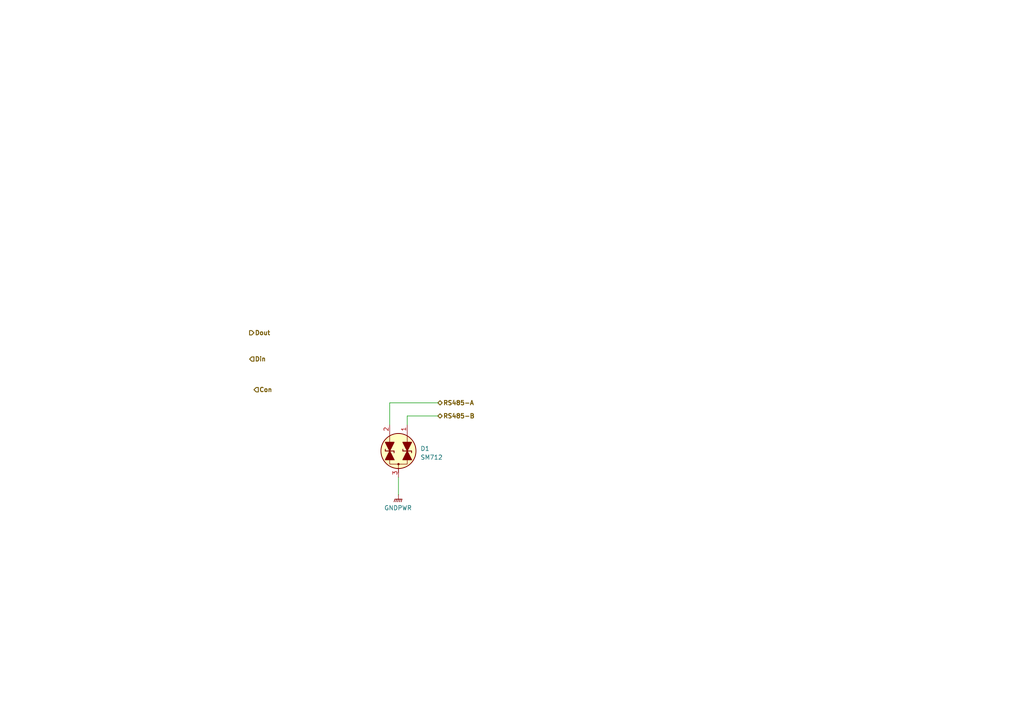
<source format=kicad_sch>
(kicad_sch (version 20250114) (generator "eeschema") (generator_version "9.0")
  (paper "A4")
  (lib_symbols
    (symbol "GP8211S-TC50:GNDPWR" (power) (pin_numbers (hide yes)) (pin_names (offset 0) (hide yes))
      (property "Value" "GNDPWR" (at 0 -3.302 0))
      (symbol "GNDPWR_0_1"
        (polyline (pts (xy -1.016 -1.27) (xy -1.27 -2.032) (xy -1.27 -2.032)) (stroke (width 0.2032)))
        (polyline (pts (xy -0.508 -1.27) (xy -0.762 -2.032) (xy -0.762 -2.032)) (stroke (width 0.2032)))
        (polyline (pts (xy 0 -1.27) (xy 0 0)))
        (polyline (pts (xy 0 -1.27) (xy -0.254 -2.032) (xy -0.254 -2.032)) (stroke (width 0.2032)))
        (polyline (pts (xy 0.508 -1.27) (xy 0.254 -2.032) (xy 0.254 -2.032)) (stroke (width 0.2032)))
        (polyline (pts (xy 1.016 -1.27) (xy -1.016 -1.27) (xy -1.016 -1.27)) (stroke (width 0.2032)))
        (polyline (pts (xy 1.016 -1.27) (xy 0.762 -2.032) (xy 0.762 -2.032) (xy 0.762 -2.032)) (stroke (width 0.2032)))
      )
      (symbol "GNDPWR_1_1"
        (pin power_in line (at 0 0 270) (length 0) (name "~") (number "1"))
      )
    )
    (symbol "GP8211S-TC50:SM712" (pin_names (offset 1.016) (hide yes))
      (property "Reference" "D" (at 0 8.89 0))
      (property "Value" "SM712" (at 0 6.35 0))
      (symbol "SM712_0_1"
        (polyline (pts (xy -6.35 0) (xy -3.81 0)))
        (circle (center -3.81 0) (radius 0.254) (fill (type outline)))
        (polyline (pts (xy -2.54 2.54) (xy -3.81 2.54) (xy -3.81 -2.54) (xy -2.54 -2.54)))
        (circle (center 0 0) (radius 5.08) (stroke (width 0.254)) (fill (type background)))
        (polyline (pts (xy 2.54 2.54) (xy 5.08 2.54)))
        (polyline (pts (xy 2.54 -2.54) (xy 5.08 -2.54)))
      )
      (symbol "SM712_0_2"
        (polyline (pts (xy -2.54 5.08) (xy -2.54 -5.08)) (stroke (width 0.254)))
        (polyline (pts (xy -2.54 0) (xy 0 0)))
        (polyline (pts (xy 0 6.35) (xy 0 7.62)))
        (arc (start -2.54 5.08) (mid 0 7.5976) (end 2.54 5.08) (stroke (width 0.254)))
        (polyline (pts (xy 0 1.27) (xy 0 -1.27)))
        (circle (center 0 0) (radius 0.254) (fill (type outline)))
        (arc (start 2.54 -5.08) (mid 0 -7.5976) (end -2.54 -5.08) (stroke (width 0.254)))
        (polyline (pts (xy 0 -6.35) (xy 0 -7.62)))
        (polyline (pts (xy 0 -7.62) (xy -1.016 -7.366) (xy -1.778 -6.858) (xy -2.286 -6.096) (xy -2.54 -5.588) (xy -2.54 5.334) (xy -2.286 6.096) (xy -2.032 6.604) (xy -1.524 7.112) (xy -0.254 7.62) (xy 0.254 7.62) (xy 1.524 7.112) (xy 2.032 6.604) (xy 2.286 6.096) (xy 2.54 5.334) (xy 2.54 0.254) (xy 2.54 -5.334) (xy 2.286 -6.096) (xy 2.032 -6.604) (xy 1.524 -7.112) (xy 1.016 -7.366) (xy 0 -7.62)) (stroke (width 0.01)) (fill (type background)))
        (polyline (pts (xy 2.54 -5.08) (xy 2.54 5.08)) (stroke (width 0.254)))
      )
      (symbol "SM712_1_1"
        (polyline (pts (xy -2.54 1.27) (xy -2.54 3.81) (xy 0 2.54) (xy -2.54 1.27)) (stroke (width 0.254)) (fill (type outline)))
        (polyline (pts (xy -2.54 -3.81) (xy -2.54 -1.27) (xy 0 -2.54) (xy -2.54 -3.81)) (stroke (width 0.254)) (fill (type outline)))
        (polyline (pts (xy -1.27 2.54) (xy 1.27 2.54)))
        (polyline (pts (xy -1.27 -2.54) (xy 1.27 -2.54)))
        (polyline (pts (xy 0 3.81) (xy 0.508 3.81)) (stroke (width 0.254)))
        (polyline (pts (xy 0 2.54) (xy 2.54 1.27) (xy 2.54 3.81) (xy 0 2.54)) (stroke (width 0.254)) (fill (type outline)))
        (polyline (pts (xy 0 1.27) (xy -0.508 1.27)) (stroke (width 0.254)))
        (polyline (pts (xy 0 1.27) (xy 0 3.81)) (stroke (width 0.254)))
        (polyline (pts (xy 0 -1.27) (xy 0.508 -1.27)) (stroke (width 0.254)))
        (polyline (pts (xy 0 -2.54) (xy 2.54 -3.81) (xy 2.54 -1.27) (xy 0 -2.54)) (stroke (width 0.254)) (fill (type outline)))
        (polyline (pts (xy 0 -3.81) (xy -0.508 -3.81)) (stroke (width 0.254)))
        (polyline (pts (xy 0 -3.81) (xy 0 -1.27)) (stroke (width 0.254)))
        (pin passive line (at -7.62 0 0) (length 2.54) (name "Com") (number "3"))
        (pin passive line (at 7.62 2.54 180) (length 2.54) (name "A2") (number "2"))
        (pin passive line (at 7.62 -2.54 180) (length 2.54) (name "A1") (number "1"))
      )
      (symbol "SM712_1_2"
        (polyline (pts (xy -1.27 3.81) (xy -1.27 4.318)) (stroke (width 0.254)))
        (polyline (pts (xy -1.27 -3.81) (xy -1.27 -3.302)) (stroke (width 0.254)))
        (polyline (pts (xy 0 3.81) (xy 1.27 6.35) (xy -1.27 6.35) (xy 0 3.81)) (stroke (width 0.254)) (fill (type outline)))
        (polyline (pts (xy 0 -3.81) (xy 1.27 -1.27) (xy -1.27 -1.27) (xy 0 -3.81)) (stroke (width 0.254)) (fill (type outline)))
        (polyline (pts (xy 1.27 3.81) (xy -1.27 3.81)) (stroke (width 0.254)))
        (polyline (pts (xy 1.27 3.81) (xy 1.27 3.302)) (stroke (width 0.254)))
        (polyline (pts (xy 1.27 1.27) (xy -1.27 1.27) (xy 0 3.81) (xy 1.27 1.27)) (stroke (width 0.254)) (fill (type outline)))
        (polyline (pts (xy 1.27 -3.81) (xy -1.27 -3.81)) (stroke (width 0.254)))
        (polyline (pts (xy 1.27 -3.81) (xy 1.27 -4.318)) (stroke (width 0.254)))
        (polyline (pts (xy 1.27 -6.35) (xy -1.27 -6.35) (xy 0 -3.81) (xy 1.27 -6.35)) (stroke (width 0.254)) (fill (type outline)))
        (pin passive line (at -5.08 0 0) (length 2.54) (name "Com") (number "3"))
        (pin passive line (at 0 10.16 270) (length 2.54) (name "A2") (number "2"))
        (pin passive line (at 0 -10.16 90) (length 2.54) (name "A1") (number "1"))
      )
    )
  )
  (wire (pts (xy 115.57 138.43) (xy 115.57 143.51)))
  (wire (pts (xy 113.03 123.19) (xy 113.03 116.84)))
  (wire (pts (xy 118.11 123.19) (xy 118.11 120.65)))
  (wire (pts (xy 113.03 116.84) (xy 127 116.84)))
  (wire (pts (xy 118.11 120.65) (xy 127 120.65)))
  (hierarchical_label "RS485-B" (shape bidirectional) (at 127 120.65 0) (effects (font (thickness 0.254) (bold yes))))
  (hierarchical_label "Din" (shape input) (at 72.39 104.14 0) (effects (font (thickness 0.254) (bold yes))))
  (hierarchical_label "Con" (shape input) (at 73.66 113.03 0) (effects (font (thickness 0.254) (bold yes))))
  (hierarchical_label "RS485-A" (shape bidirectional) (at 127 116.84 0) (effects (font (thickness 0.254) (bold yes))))
  (hierarchical_label "Dout" (shape output) (at 72.39 96.52 0) (effects (font (thickness 0.254) (bold yes))))
  (symbol (lib_id "GP8211S-TC50:GNDPWR") (at 115.57 143.51 0) (unit 1)
    (property "Reference" "#PWR04" (effects (hide yes)))
    (property "Value" "GNDPWR" (at 115.443 147.32 0))
    (property "Description" "Power symbol creates a global label with name \"GNDPWR\" , global ground" (effects (hide yes)))
  )
  (symbol (lib_id "GP8211S-TC50:SM712") (at 115.57 130.81 90) (unit 1)
    (property "Reference" "D1" (at 121.92 130.1114 90) (effects (justify right)))
    (property "Value" "SM712" (at 121.92 132.6514 90) (effects (justify right)))
    (property "Footprint" "PCM_Package_TO_SOT_SMD_AKL:SOT-23" (effects (hide yes)))
    (property "Datasheet" "https://www.tme.eu/Document/75933fc1842e5f5f3391c0542bf992c7/SM712.pdf" (effects (hide yes)))
    (property "Description" "SOT-23 Dual bidirectional TVS diode, 12V/7V, 600W, Alternate KiCAD Library" (effects (hide yes)))
  )
)
</source>
